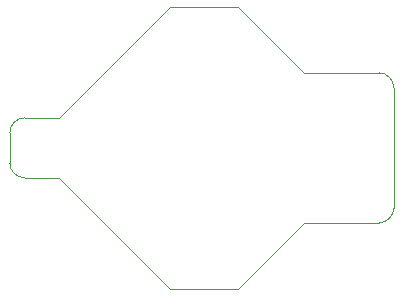
<source format=gko>
G04 Layer_Color=16711935*
%FSLAX25Y25*%
%MOIN*%
G70*
G01*
G75*
%ADD70C,0.00100*%
D70*
X-57500Y10000D02*
G03*
X-62500Y5000I0J-5000D01*
G01*
Y-5000D02*
G03*
X-57500Y-10000I5000J0D01*
G01*
X60500Y-25000D02*
G03*
X65500Y-20000I0J5000D01*
G01*
Y20000D02*
G03*
X60500Y25000I-5000J0D01*
G01*
X13500Y47000D02*
X24500Y36000D01*
X-62500Y3000D02*
Y5000D01*
X-57500Y10000D02*
X-55500D01*
X-62500Y-5000D02*
Y-3000D01*
X-57500Y-10000D02*
X-55000D01*
X-46000D01*
X-62500Y-3000D02*
Y3000D01*
X-55500Y10000D02*
X-46000D01*
Y-10000D02*
X-9000Y-47000D01*
X-46000Y10000D02*
X-9000Y47000D01*
X13500D01*
X-9000Y-47000D02*
X13500D01*
X24500Y36000D02*
X35500Y25000D01*
X13500Y-47000D02*
X35500Y-25000D01*
X54100D01*
X35500Y25000D02*
X54100D01*
X65500Y-20000D02*
Y20000D01*
X54100Y-25000D02*
X60500D01*
X54100Y25000D02*
X60500D01*
M02*

</source>
